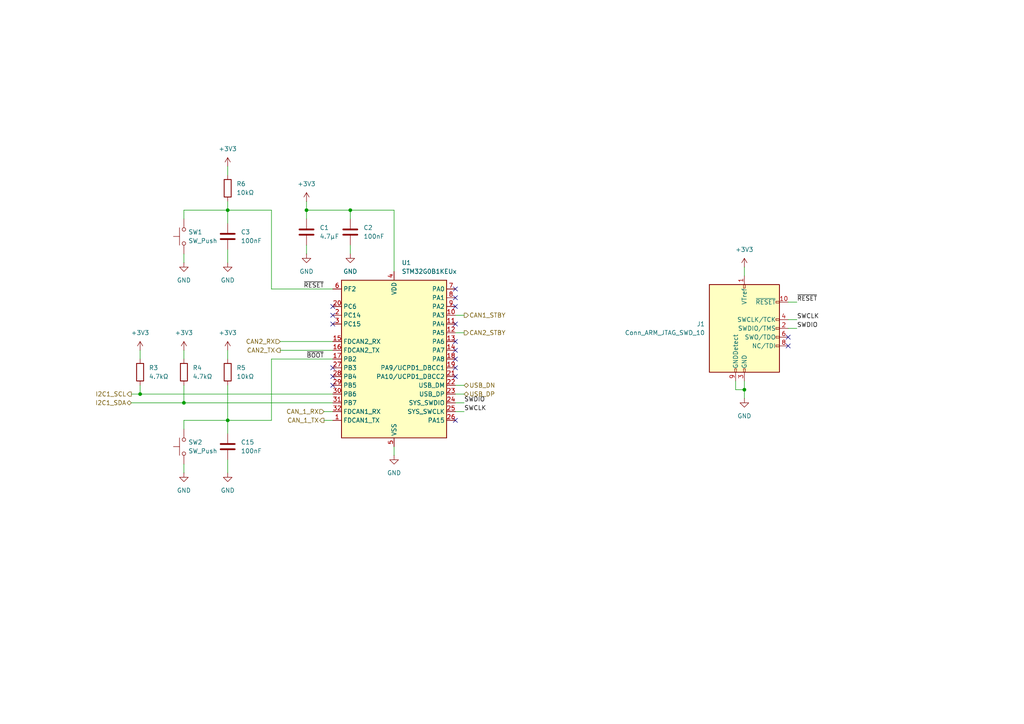
<source format=kicad_sch>
(kicad_sch (version 20231120) (generator "eeschema") (generator_version "8.0")
  (paper "A4")
  (title_block (title "CAN FD Interface") (date "2024-07-07") (rev "v1.0") (company "Spark Engineering"))
  (lib_symbols
    (symbol "Connector:Conn_ARM_JTAG_SWD_10" (pin_names (offset 1.016))
      (property "Reference" "J" (at -2.54 16.51 0))
      (property "Value" "Conn_ARM_JTAG_SWD_10" (at -2.54 13.97 0))
      (symbol "Conn_ARM_JTAG_SWD_10_0_1"
        (rectangle (start -10.16 12.7) (end 10.16 -12.7) (stroke (width 0.254)) (fill (type background)))
        (rectangle (start -2.794 -12.7) (end -2.286 -11.684))
        (rectangle (start -0.254 -12.7) (end 0.254 -11.684))
        (rectangle (start -0.254 12.7) (end 0.254 11.684))
        (rectangle (start 9.144 2.286) (end 10.16 2.794))
        (rectangle (start 10.16 -2.794) (end 9.144 -2.286))
        (rectangle (start 10.16 -0.254) (end 9.144 0.254))
        (rectangle (start 10.16 7.874) (end 9.144 7.366))
      )
      (symbol "Conn_ARM_JTAG_SWD_10_1_1"
        (rectangle (start 9.144 -5.334) (end 10.16 -4.826))
        (pin power_in line (at 0 15.24 270) (length 2.54) (name "VTref") (number "1"))
        (pin open_collector line (at 12.7 7.62 180) (length 2.54) (name "~{RESET}") (number "10"))
        (pin bidirectional line (at 12.7 0 180) (length 2.54) (name "SWDIO/TMS") (number "2"))
        (pin power_in line (at 0 -15.24 90) (length 2.54) (name "GND") (number "3"))
        (pin output line (at 12.7 2.54 180) (length 2.54) (name "SWCLK/TCK") (number "4"))
        (pin passive line (at 0 -15.24 90) (length 2.54) hide (name "GND") (number "5"))
        (pin input line (at 12.7 -2.54 180) (length 2.54) (name "SWO/TDO") (number "6"))
        (pin no_connect line (at -10.16 0 0) (length 2.54) hide (name "KEY") (number "7"))
        (pin output line (at 12.7 -5.08 180) (length 2.54) (name "NC/TDI") (number "8"))
        (pin passive line (at -2.54 -15.24 90) (length 2.54) (name "GNDDetect") (number "9"))
      )
    )
    (symbol "Device:C" (pin_numbers hide) (pin_names (offset 0.254))
      (property "Reference" "C" (at 0.635 2.54 0))
      (property "Value" "C" (at 0.635 -2.54 0))
      (symbol "C_0_1"
        (polyline (pts (xy -2.032 -0.762) (xy 2.032 -0.762)) (stroke (width 0.508)))
        (polyline (pts (xy -2.032 0.762) (xy 2.032 0.762)) (stroke (width 0.508)))
      )
      (symbol "C_1_1"
        (pin passive line (at 0 3.81 270) (length 2.794) (name "~") (number "1"))
        (pin passive line (at 0 -3.81 90) (length 2.794) (name "~") (number "2"))
      )
    )
    (symbol "Device:R" (pin_numbers hide) (pin_names (offset 0))
      (property "Reference" "R" (at 2.032 0 90))
      (property "Value" "R" (at 0 0 90))
      (symbol "R_0_1"
        (rectangle (start -1.016 -2.54) (end 1.016 2.54) (stroke (width 0.254)))
      )
      (symbol "R_1_1"
        (pin passive line (at 0 3.81 270) (length 1.27) (name "~") (number "1"))
        (pin passive line (at 0 -3.81 90) (length 1.27) (name "~") (number "2"))
      )
    )
    (symbol "MCU_ST_STM32G0:STM32G0B1KEUx"
      (property "Reference" "U" (at -15.24 24.13 0))
      (property "Value" "STM32G0B1KEUx" (at 2.54 24.13 0))
      (symbol "STM32G0B1KEUx_0_1"
        (rectangle (start -15.24 -22.86) (end 15.24 22.86) (stroke (width 0.254)) (fill (type background)))
      )
      (symbol "STM32G0B1KEUx_1_1"
        (pin bidirectional line (at -17.78 -17.78 0) (length 2.54) (name "PB9") (number "1") (alternate "FDCAN1_TX" bidirectional line))
        (pin bidirectional line (at 17.78 12.7 180) (length 2.54) (name "PA3") (number "10"))
        (pin bidirectional line (at 17.78 10.16 180) (length 2.54) (name "PA4") (number "11"))
        (pin bidirectional line (at 17.78 7.62 180) (length 2.54) (name "PA5") (number "12"))
        (pin bidirectional line (at 17.78 5.08 180) (length 2.54) (name "PA6") (number "13"))
        (pin bidirectional line (at 17.78 2.54 180) (length 2.54) (name "PA7") (number "14"))
        (pin bidirectional line (at -17.78 5.08 0) (length 2.54) (name "PB0") (number "15") (alternate "FDCAN2_RX" bidirectional line))
        (pin bidirectional line (at -17.78 2.54 0) (length 2.54) (name "PB1") (number "16") (alternate "FDCAN2_TX" bidirectional line))
        (pin bidirectional line (at -17.78 0 0) (length 2.54) (name "PB2") (number "17"))
        (pin bidirectional line (at 17.78 0 180) (length 2.54) (name "PA8") (number "18"))
        (pin bidirectional line (at 17.78 -2.54 180) (length 2.54) (name "PA9/UCPD1_DBCC1") (number "19"))
        (pin bidirectional line (at -17.78 12.7 0) (length 2.54) (name "PC14") (number "2"))
        (pin bidirectional line (at -17.78 15.24 0) (length 2.54) (name "PC6") (number "20"))
        (pin bidirectional line (at 17.78 -5.08 180) (length 2.54) (name "PA10/UCPD1_DBCC2") (number "21"))
        (pin bidirectional line (at 17.78 -7.62 180) (length 2.54) (name "PA11/PA9") (number "22") (alternate "FDCAN1_RX" bidirectional line) (alternate "USB_DM" bidirectional line))
        (pin bidirectional line (at 17.78 -10.16 180) (length 2.54) (name "PA12/PA10") (number "23") (alternate "FDCAN1_TX" bidirectional line) (alternate "USB_DP" bidirectional line))
        (pin bidirectional line (at 17.78 -12.7 180) (length 2.54) (name "PA13") (number "24") (alternate "SYS_SWDIO" bidirectional line))
        (pin bidirectional line (at 17.78 -15.24 180) (length 2.54) (name "PA14") (number "25") (alternate "SYS_SWCLK" bidirectional line))
        (pin bidirectional line (at 17.78 -17.78 180) (length 2.54) (name "PA15") (number "26"))
        (pin bidirectional line (at -17.78 -2.54 0) (length 2.54) (name "PB3") (number "27"))
        (pin bidirectional line (at -17.78 -5.08 0) (length 2.54) (name "PB4") (number "28"))
        (pin bidirectional line (at -17.78 -7.62 0) (length 2.54) (name "PB5") (number "29") (alternate "FDCAN2_RX" bidirectional line))
        (pin bidirectional line (at -17.78 10.16 0) (length 2.54) (name "PC15") (number "3"))
        (pin bidirectional line (at -17.78 -10.16 0) (length 2.54) (name "PB6") (number "30") (alternate "FDCAN2_TX" bidirectional line))
        (pin bidirectional line (at -17.78 -12.7 0) (length 2.54) (name "PB7") (number "31"))
        (pin bidirectional line (at -17.78 -15.24 0) (length 2.54) (name "PB8") (number "32") (alternate "FDCAN1_RX" bidirectional line))
        (pin passive line (at 0 -25.4 90) (length 2.54) hide (name "VSS") (number "33"))
        (pin power_in line (at 0 25.4 270) (length 2.54) (name "VDD") (number "4"))
        (pin power_in line (at 0 -25.4 90) (length 2.54) (name "VSS") (number "5"))
        (pin bidirectional line (at -17.78 20.32 0) (length 2.54) (name "PF2") (number "6"))
        (pin bidirectional line (at 17.78 20.32 180) (length 2.54) (name "PA0") (number "7"))
        (pin bidirectional line (at 17.78 17.78 180) (length 2.54) (name "PA1") (number "8"))
        (pin bidirectional line (at 17.78 15.24 180) (length 2.54) (name "PA2") (number "9"))
      )
    )
    (symbol "Switch:SW_Push" (pin_numbers hide) (pin_names (offset 1.016) hide)
      (property "Reference" "SW" (at 1.27 2.54 0))
      (property "Value" "SW_Push" (at 0 -1.524 0))
      (symbol "SW_Push_0_1"
        (circle (center -2.032 0) (radius 0.508))
        (polyline (pts (xy 0 1.27) (xy 0 3.048)))
        (polyline (pts (xy 2.54 1.27) (xy -2.54 1.27)))
        (circle (center 2.032 0) (radius 0.508))
        (pin passive line (at -5.08 0 0) (length 2.54) (name "1") (number "1"))
        (pin passive line (at 5.08 0 180) (length 2.54) (name "2") (number "2"))
      )
    )
    (symbol "power:+3V3" (power) (pin_numbers hide) (pin_names (offset 0) hide)
      (property "Value" "+3V3" (at 0 3.556 0))
      (symbol "+3V3_0_1"
        (polyline (pts (xy -0.762 1.27) (xy 0 2.54)))
        (polyline (pts (xy 0 0) (xy 0 2.54)))
        (polyline (pts (xy 0 2.54) (xy 0.762 1.27)))
      )
      (symbol "+3V3_1_1"
        (pin power_in line (at 0 0 90) (length 0) (name "~") (number "1"))
      )
    )
    (symbol "power:GND" (power) (pin_numbers hide) (pin_names (offset 0) hide)
      (property "Value" "GND" (at 0 -3.81 0))
      (symbol "GND_0_1"
        (polyline (pts (xy 0 0) (xy 0 -1.27) (xy 1.27 -1.27) (xy 0 -2.54) (xy -1.27 -1.27) (xy 0 -1.27)))
      )
      (symbol "GND_1_1"
        (pin power_in line (at 0 0 270) (length 0) (name "~") (number "1"))
      )
    )
  )
  (junction (at 215.9 113.03))
  (junction (at 66.04 121.92))
  (junction (at 40.64 114.3))
  (junction (at 88.9 60.96))
  (junction (at 53.34 116.84))
  (junction (at 101.6 60.96))
  (junction (at 66.04 60.96))
  (no_connect (at 132.08 83.82))
  (no_connect (at 132.08 101.6))
  (no_connect (at 96.52 91.44))
  (no_connect (at 132.08 109.22))
  (no_connect (at 96.52 93.98))
  (no_connect (at 132.08 99.06))
  (no_connect (at 132.08 93.98))
  (no_connect (at 228.6 100.33))
  (no_connect (at 96.52 88.9))
  (no_connect (at 132.08 86.36))
  (no_connect (at 96.52 109.22))
  (no_connect (at 132.08 106.68))
  (no_connect (at 132.08 104.14))
  (no_connect (at 96.52 111.76))
  (no_connect (at 132.08 121.92))
  (no_connect (at 96.52 106.68))
  (no_connect (at 228.6 97.79))
  (no_connect (at 132.08 88.9))
  (wire (pts (xy 66.04 121.92) (xy 53.34 121.92)))
  (wire (pts (xy 101.6 60.96) (xy 114.3 60.96)))
  (wire (pts (xy 132.08 114.3) (xy 134.62 114.3)))
  (wire (pts (xy 114.3 60.96) (xy 114.3 78.74)))
  (wire (pts (xy 96.52 104.14) (xy 78.74 104.14)))
  (wire (pts (xy 81.28 101.6) (xy 96.52 101.6)))
  (wire (pts (xy 88.9 60.96) (xy 101.6 60.96)))
  (wire (pts (xy 66.04 125.73) (xy 66.04 121.92)))
  (wire (pts (xy 93.98 119.38) (xy 96.52 119.38)))
  (wire (pts (xy 66.04 72.39) (xy 66.04 76.2)))
  (wire (pts (xy 66.04 60.96) (xy 53.34 60.96)))
  (wire (pts (xy 40.64 114.3) (xy 96.52 114.3)))
  (wire (pts (xy 215.9 110.49) (xy 215.9 113.03)))
  (wire (pts (xy 66.04 58.42) (xy 66.04 60.96)))
  (wire (pts (xy 215.9 113.03) (xy 213.36 113.03)))
  (wire (pts (xy 53.34 111.76) (xy 53.34 116.84)))
  (wire (pts (xy 88.9 71.12) (xy 88.9 73.66)))
  (wire (pts (xy 228.6 92.71) (xy 231.14 92.71)))
  (wire (pts (xy 93.98 121.92) (xy 96.52 121.92)))
  (wire (pts (xy 88.9 58.42) (xy 88.9 60.96)))
  (wire (pts (xy 132.08 116.84) (xy 134.62 116.84)))
  (wire (pts (xy 78.74 104.14) (xy 78.74 121.92)))
  (wire (pts (xy 66.04 133.35) (xy 66.04 137.16)))
  (wire (pts (xy 213.36 113.03) (xy 213.36 110.49)))
  (wire (pts (xy 66.04 48.26) (xy 66.04 50.8)))
  (wire (pts (xy 78.74 83.82) (xy 78.74 60.96)))
  (wire (pts (xy 228.6 95.25) (xy 231.14 95.25)))
  (wire (pts (xy 88.9 63.5) (xy 88.9 60.96)))
  (wire (pts (xy 101.6 71.12) (xy 101.6 73.66)))
  (wire (pts (xy 66.04 101.6) (xy 66.04 104.14)))
  (wire (pts (xy 53.34 60.96) (xy 53.34 63.5)))
  (wire (pts (xy 66.04 111.76) (xy 66.04 121.92)))
  (wire (pts (xy 132.08 119.38) (xy 134.62 119.38)))
  (wire (pts (xy 40.64 101.6) (xy 40.64 104.14)))
  (wire (pts (xy 38.1 116.84) (xy 53.34 116.84)))
  (wire (pts (xy 132.08 96.52) (xy 134.62 96.52)))
  (wire (pts (xy 215.9 115.57) (xy 215.9 113.03)))
  (wire (pts (xy 40.64 111.76) (xy 40.64 114.3)))
  (wire (pts (xy 53.34 121.92) (xy 53.34 124.46)))
  (wire (pts (xy 38.1 114.3) (xy 40.64 114.3)))
  (wire (pts (xy 53.34 134.62) (xy 53.34 137.16)))
  (wire (pts (xy 78.74 121.92) (xy 66.04 121.92)))
  (wire (pts (xy 53.34 101.6) (xy 53.34 104.14)))
  (wire (pts (xy 81.28 99.06) (xy 96.52 99.06)))
  (wire (pts (xy 228.6 87.63) (xy 231.14 87.63)))
  (wire (pts (xy 66.04 60.96) (xy 78.74 60.96)))
  (wire (pts (xy 53.34 73.66) (xy 53.34 76.2)))
  (wire (pts (xy 132.08 111.76) (xy 134.62 111.76)))
  (wire (pts (xy 215.9 77.47) (xy 215.9 80.01)))
  (wire (pts (xy 132.08 91.44) (xy 134.62 91.44)))
  (wire (pts (xy 101.6 60.96) (xy 101.6 63.5)))
  (wire (pts (xy 96.52 83.82) (xy 78.74 83.82)))
  (wire (pts (xy 53.34 116.84) (xy 96.52 116.84)))
  (wire (pts (xy 114.3 129.54) (xy 114.3 132.08)))
  (wire (pts (xy 66.04 60.96) (xy 66.04 64.77)))
  (label "SWDIO" (at 134.62 116.84 0))
  (label "~{RESET}" (at 93.98 83.82 180))
  (label "SWCLK" (at 134.62 119.38 0))
  (label "~{BOOT}" (at 93.98 104.14 180))
  (label "SWCLK" (at 231.14 92.71 0))
  (label "~{RESET}" (at 231.14 87.63 0))
  (label "SWDIO" (at 231.14 95.25 0))
  (hierarchical_label "I2C1_SDA" (shape bidirectional) (at 38.1 116.84 180))
  (hierarchical_label "CAN2_RX" (shape input) (at 81.28 99.06 180))
  (hierarchical_label "USB_DN" (shape bidirectional) (at 134.62 111.76 0))
  (hierarchical_label "CAN_1_RX" (shape input) (at 93.98 119.38 180))
  (hierarchical_label "USB_DP" (shape bidirectional) (at 134.62 114.3 0))
  (hierarchical_label "CAN1_STBY" (shape output) (at 134.62 91.44 0))
  (hierarchical_label "CAN_1_TX" (shape output) (at 93.98 121.92 180))
  (hierarchical_label "CAN2_TX" (shape output) (at 81.28 101.6 180))
  (hierarchical_label "CAN2_STBY" (shape output) (at 134.62 96.52 0))
  (hierarchical_label "I2C1_SCL" (shape output) (at 38.1 114.3 180))
  (symbol (lib_id "power:GND") (at 66.04 76.2 0) (unit 1)
    (property "Reference" "#PWR06" (effects (hide yes)))
    (property "Value" "GND" (at 66.04 81.28 0))
    (property "Description" "Power symbol creates a global label with name \"GND\" , ground" (effects (hide yes)))
  )
  (symbol (lib_id "Device:C") (at 88.9 67.31 0) (unit 1)
    (property "Reference" "C1" (at 92.71 66.0399 0) (effects (justify left)))
    (property "Value" "4.7µF" (at 92.71 68.5799 0) (effects (justify left)))
    (property "Footprint" "Capacitor_SMD:C_0402_1005Metric" (effects (hide yes)))
    (property "Description" "Unpolarized capacitor" (effects (hide yes)))
    (property "Mouser No" "81-GRM155R61A475MEAD " (effects (hide yes)))
    (property "Mfr. No" "GRM155R61A475MEAAD" (effects (hide yes)))
    (property "Mfr." "Murata Electronics" (effects (hide yes)))
  )
  (symbol (lib_id "power:+3V3") (at 40.64 101.6 0) (unit 1)
    (property "Reference" "#PWR056" (effects (hide yes)))
    (property "Value" "+3V3" (at 40.64 96.52 0))
    (property "Description" "Power symbol creates a global label with name \"+3V3\"" (effects (hide yes)))
  )
  (symbol (lib_id "Device:C") (at 66.04 129.54 0) (unit 1)
    (property "Reference" "C15" (at 69.85 128.2699 0) (effects (justify left)))
    (property "Value" "100nF" (at 69.85 130.8099 0) (effects (justify left)))
    (property "Footprint" "Capacitor_SMD:C_0402_1005Metric" (effects (hide yes)))
    (property "Description" "Unpolarized capacitor" (effects (hide yes)))
    (property "Mfr." "Murata Electronics" (effects (hide yes)))
    (property "Mfr. No" "GRM155R71A104KA01D" (effects (hide yes)))
    (property "Mouser No" "81-GRM155R71A104KA1D" (effects (hide yes)))
  )
  (symbol (lib_id "Switch:SW_Push") (at 53.34 129.54 90) (unit 1)
    (property "Reference" "SW2" (at 54.61 128.2699 90) (effects (justify right)))
    (property "Value" "SW_Push" (at 54.61 130.8099 90) (effects (justify right)))
    (property "Footprint" "Button_Switch_SMD:SW_SPST_B3U-1000P" (effects (hide yes)))
    (property "Description" "Push button switch, generic, two pins" (effects (hide yes)))
    (property "Mouser No" "653-B3U-1000P" (effects (hide yes)))
    (property "Mfr. No" "B3U-1000P" (effects (hide yes)))
    (property "Mfr." "Omron Electronics" (effects (hide yes)))
  )
  (symbol (lib_id "MCU_ST_STM32G0:STM32G0B1KEUx") (at 114.3 104.14 0) (unit 1)
    (property "Reference" "U1" (at 116.4941 76.2 0) (effects (justify left)))
    (property "Value" "STM32G0B1KEUx" (at 116.4941 78.74 0) (effects (justify left)))
    (property "Footprint" "Package_DFN_QFN:QFN-32-1EP_5x5mm_P0.5mm_EP3.45x3.45mm" (effects (hide yes)))
    (property "Description" "STMicroelectronics Arm Cortex-M0+ MCU, 512KB flash, 144KB RAM, 64 MHz, 1.7-3.6V, 30 GPIO, UFQFPN32" (effects (hide yes)))
    (property "Mouser No" "511-STM32G0B1KEU6" (effects (hide yes)))
    (property "Mfr. No" "STM32G0B1KEU6 " (effects (hide yes)))
    (property "Mfr." "STMicroelectronics" (effects (hide yes)))
    (pin "32" (alternate "FDCAN1_RX"))
    (pin "16" (alternate "FDCAN2_TX"))
    (pin "24" (alternate "SYS_SWDIO"))
    (pin "22" (alternate "USB_DM"))
    (pin "23" (alternate "USB_DP"))
    (pin "1" (alternate "FDCAN1_TX"))
    (pin "15" (alternate "FDCAN2_RX"))
    (pin "25" (alternate "SYS_SWCLK"))
  )
  (symbol (lib_id "power:GND") (at 53.34 76.2 0) (unit 1)
    (property "Reference" "#PWR05" (effects (hide yes)))
    (property "Value" "GND" (at 53.34 81.28 0))
    (property "Description" "Power symbol creates a global label with name \"GND\" , ground" (effects (hide yes)))
  )
  (symbol (lib_id "Device:R") (at 66.04 107.95 0) (unit 1)
    (property "Reference" "R5" (at 68.58 106.6799 0) (effects (justify left)))
    (property "Value" "10kΩ" (at 68.58 109.2199 0) (effects (justify left)))
    (property "Footprint" "Resistor_SMD:R_0402_1005Metric" (effects (hide yes)))
    (property "Description" "Resistor" (effects (hide yes)))
    (property "Mouser No" "603-RC0402FR-0710KL" (effects (hide yes)))
    (property "Mfr. No" "RC0402FR-0710KL" (effects (hide yes)))
    (property "Mfr." "YAGEO" (effects (hide yes)))
  )
  (symbol (lib_id "power:GND") (at 88.9 73.66 0) (unit 1)
    (property "Reference" "#PWR02" (effects (hide yes)))
    (property "Value" "GND" (at 88.9 78.74 0))
    (property "Description" "Power symbol creates a global label with name \"GND\" , ground" (effects (hide yes)))
  )
  (symbol (lib_id "power:GND") (at 66.04 137.16 0) (unit 1)
    (property "Reference" "#PWR052" (effects (hide yes)))
    (property "Value" "GND" (at 66.04 142.24 0))
    (property "Description" "Power symbol creates a global label with name \"GND\" , ground" (effects (hide yes)))
  )
  (symbol (lib_id "power:+3V3") (at 53.34 101.6 0) (unit 1)
    (property "Reference" "#PWR057" (effects (hide yes)))
    (property "Value" "+3V3" (at 53.34 96.52 0))
    (property "Description" "Power symbol creates a global label with name \"+3V3\"" (effects (hide yes)))
  )
  (symbol (lib_id "power:GND") (at 53.34 137.16 0) (unit 1)
    (property "Reference" "#PWR053" (effects (hide yes)))
    (property "Value" "GND" (at 53.34 142.24 0))
    (property "Description" "Power symbol creates a global label with name \"GND\" , ground" (effects (hide yes)))
  )
  (symbol (lib_id "Device:C") (at 101.6 67.31 0) (unit 1)
    (property "Reference" "C2" (at 105.41 66.0399 0) (effects (justify left)))
    (property "Value" "100nF" (at 105.41 68.5799 0) (effects (justify left)))
    (property "Footprint" "Capacitor_SMD:C_0402_1005Metric" (effects (hide yes)))
    (property "Description" "Unpolarized capacitor" (effects (hide yes)))
    (property "Mouser No" "81-GRM155R71A104KA1D" (effects (hide yes)))
    (property "Mfr. No" "GRM155R71A104KA01D" (effects (hide yes)))
    (property "Mfr." "Murata Electronics" (effects (hide yes)))
  )
  (symbol (lib_id "Device:R") (at 53.34 107.95 0) (unit 1)
    (property "Reference" "R4" (at 55.88 106.6799 0) (effects (justify left)))
    (property "Value" "4.7kΩ" (at 55.88 109.2199 0) (effects (justify left)))
    (property "Footprint" "Resistor_SMD:R_0402_1005Metric" (effects (hide yes)))
    (property "Description" "Resistor" (effects (hide yes)))
    (property "Mfr." " YAGEO" (effects (hide yes)))
    (property "Mfr. No" "RC0402FR-074K7L" (effects (hide yes)))
    (property "Mouser No" "603-RC0402FR-074K7L" (effects (hide yes)))
  )
  (symbol (lib_id "power:+3V3") (at 66.04 48.26 0) (unit 1)
    (property "Reference" "#PWR055" (effects (hide yes)))
    (property "Value" "+3V3" (at 66.04 43.18 0))
    (property "Description" "Power symbol creates a global label with name \"+3V3\"" (effects (hide yes)))
  )
  (symbol (lib_id "Switch:SW_Push") (at 53.34 68.58 90) (unit 1)
    (property "Reference" "SW1" (at 54.61 67.3099 90) (effects (justify right)))
    (property "Value" "SW_Push" (at 54.61 69.8499 90) (effects (justify right)))
    (property "Footprint" "Button_Switch_SMD:SW_SPST_B3U-1000P" (effects (hide yes)))
    (property "Description" "Push button switch, generic, two pins" (effects (hide yes)))
    (property "Mouser No" "653-B3U-1000P" (effects (hide yes)))
    (property "Mfr. No" "B3U-1000P" (effects (hide yes)))
    (property "Mfr." "Omron Electronics" (effects (hide yes)))
  )
  (symbol (lib_id "power:GND") (at 101.6 73.66 0) (unit 1)
    (property "Reference" "#PWR03" (effects (hide yes)))
    (property "Value" "GND" (at 101.6 78.74 0))
    (property "Description" "Power symbol creates a global label with name \"GND\" , ground" (effects (hide yes)))
  )
  (symbol (lib_id "Connector:Conn_ARM_JTAG_SWD_10") (at 215.9 95.25 0) (unit 1)
    (property "Reference" "J1" (at 204.47 93.9799 0) (effects (justify right)))
    (property "Value" "Conn_ARM_JTAG_SWD_10" (at 204.47 96.5199 0) (effects (justify right)))
    (property "Footprint" "Connector_PinHeader_1.27mm:PinHeader_2x05_P1.27mm_Vertical_SMD" (effects (hide yes)))
    (property "Description" "Cortex Debug Connector, standard ARM Cortex-M SWD and JTAG interface" (effects (hide yes)))
    (property "Mouser No" "200-FTSH10501FDVK" (effects (hide yes)))
    (property "Mfr. No" "FTSH-105-01-F-DV-K" (effects (hide yes)))
    (property "Mfr." "Samtec" (effects (hide yes)))
  )
  (symbol (lib_id "Device:R") (at 40.64 107.95 0) (unit 1)
    (property "Reference" "R3" (at 43.18 106.6799 0) (effects (justify left)))
    (property "Value" "4.7kΩ" (at 43.18 109.2199 0) (effects (justify left)))
    (property "Footprint" "Resistor_SMD:R_0402_1005Metric" (effects (hide yes)))
    (property "Description" "Resistor" (effects (hide yes)))
    (property "Mfr." " YAGEO" (effects (hide yes)))
    (property "Mfr. No" "RC0402FR-074K7L" (effects (hide yes)))
    (property "Mouser No" "603-RC0402FR-074K7L" (effects (hide yes)))
  )
  (symbol (lib_id "Device:R") (at 66.04 54.61 0) (unit 1)
    (property "Reference" "R6" (at 68.58 53.3399 0) (effects (justify left)))
    (property "Value" "10kΩ" (at 68.58 55.8799 0) (effects (justify left)))
    (property "Footprint" "Resistor_SMD:R_0402_1005Metric" (effects (hide yes)))
    (property "Description" "Resistor" (effects (hide yes)))
    (property "Mfr." "YAGEO" (effects (hide yes)))
    (property "Mfr. No" "RC0402FR-0710KL" (effects (hide yes)))
    (property "Mouser No" "603-RC0402FR-0710KL" (effects (hide yes)))
  )
  (symbol (lib_id "Device:C") (at 66.04 68.58 0) (unit 1)
    (property "Reference" "C3" (at 69.85 67.3099 0) (effects (justify left)))
    (property "Value" "100nF" (at 69.85 69.8499 0) (effects (justify left)))
    (property "Footprint" "Capacitor_SMD:C_0402_1005Metric" (effects (hide yes)))
    (property "Description" "Unpolarized capacitor" (effects (hide yes)))
    (property "Mfr." "Murata Electronics" (effects (hide yes)))
    (property "Mfr. No" "GRM155R71A104KA01D" (effects (hide yes)))
    (property "Mouser No" "81-GRM155R71A104KA1D" (effects (hide yes)))
  )
  (symbol (lib_id "power:GND") (at 215.9 115.57 0) (unit 1)
    (property "Reference" "#PWR07" (effects (hide yes)))
    (property "Value" "GND" (at 215.9 120.65 0))
    (property "Description" "Power symbol creates a global label with name \"GND\" , ground" (effects (hide yes)))
  )
  (symbol (lib_id "power:GND") (at 114.3 132.08 0) (unit 1)
    (property "Reference" "#PWR08" (effects (hide yes)))
    (property "Value" "GND" (at 114.3 137.16 0))
    (property "Description" "Power symbol creates a global label with name \"GND\" , ground" (effects (hide yes)))
  )
  (symbol (lib_id "power:+3V3") (at 66.04 101.6 0) (unit 1)
    (property "Reference" "#PWR054" (effects (hide yes)))
    (property "Value" "+3V3" (at 66.04 96.52 0))
    (property "Description" "Power symbol creates a global label with name \"+3V3\"" (effects (hide yes)))
  )
  (symbol (lib_id "power:+3V3") (at 88.9 58.42 0) (unit 1)
    (property "Reference" "#PWR01" (effects (hide yes)))
    (property "Value" "+3V3" (at 88.9 53.34 0))
    (property "Description" "Power symbol creates a global label with name \"+3V3\"" (effects (hide yes)))
  )
  (symbol (lib_id "power:+3V3") (at 215.9 77.47 0) (unit 1)
    (property "Reference" "#PWR04" (effects (hide yes)))
    (property "Value" "+3V3" (at 215.9 72.39 0))
    (property "Description" "Power symbol creates a global label with name \"+3V3\"" (effects (hide yes)))
  )
)
</source>
